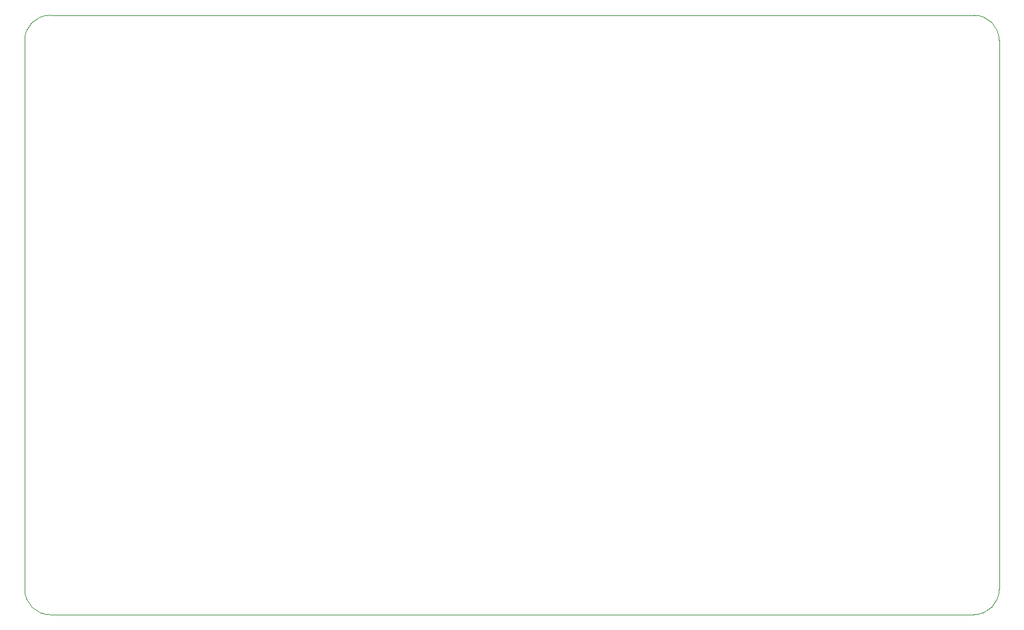
<source format=gbr>
%TF.GenerationSoftware,KiCad,Pcbnew,8.0.0*%
%TF.CreationDate,2024-03-13T17:22:47+01:00*%
%TF.ProjectId,BalloonMotherboardV3,42616c6c-6f6f-46e4-9d6f-74686572626f,rev?*%
%TF.SameCoordinates,Original*%
%TF.FileFunction,Profile,NP*%
%FSLAX46Y46*%
G04 Gerber Fmt 4.6, Leading zero omitted, Abs format (unit mm)*
G04 Created by KiCad (PCBNEW 8.0.0) date 2024-03-13 17:22:47*
%MOMM*%
%LPD*%
G01*
G04 APERTURE LIST*
%TA.AperFunction,Profile*%
%ADD10C,0.100000*%
%TD*%
G04 APERTURE END LIST*
D10*
X49530000Y-175260000D02*
X167005000Y-175260000D01*
X49530000Y-175260000D02*
G75*
G02*
X46355000Y-172085000I0J3175000D01*
G01*
X46355000Y-102235000D02*
G75*
G02*
X49530000Y-99060000I3175000J0D01*
G01*
X49530000Y-99060000D02*
X167005000Y-99060000D01*
X170180000Y-172085000D02*
X170180000Y-102235000D01*
X46355000Y-102235000D02*
X46355000Y-172085000D01*
X170180000Y-172085000D02*
G75*
G02*
X167005000Y-175260000I-3175000J0D01*
G01*
X167005000Y-99060000D02*
G75*
G02*
X170180000Y-102235000I0J-3175000D01*
G01*
M02*

</source>
